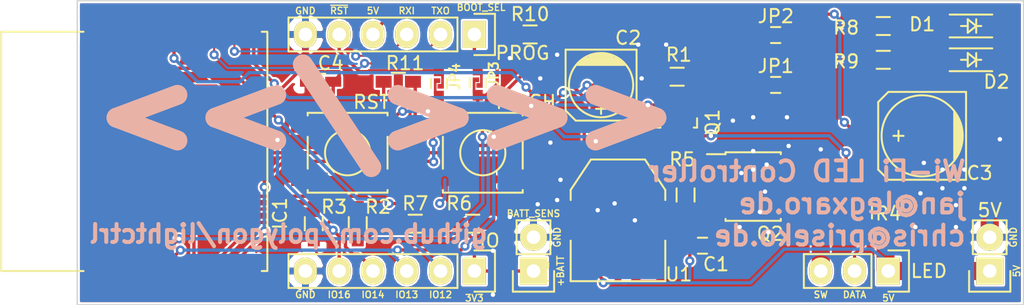
<source format=kicad_pcb>
(kicad_pcb (version 4) (host pcbnew 4.0.4+dfsg1-stable)
  (layers (0 F.Cu signal) (31 B.Cu signal) (36 B.SilkS user) (37 F.SilkS user) (38 B.Mask user) (39 F.Mask user) (44 Edge.Cuts user))
  (net 0 "")
  (net 1 +5V)
  (net 2 GND)
  (net 3 +3V3)
  (net 4 /ESP8266/CTS)
  (net 5 "Net-(D1-Pad2)")
  (net 6 "Net-(D2-Pad2)")
  (net 7 /ESP8266/LED_DATA)
  (net 8 /ESP8266/IO14)
  (net 9 /ESP8266/IO12)
  (net 10 /ESP8266/IO13)
  (net 11 "Net-(IC1-Pad6)")
  (net 12 "Net-(IC1-Pad7)")
  (net 13 /ESP8266/BOOT_SEL)
  (net 14 /ESP8266/RXI)
  (net 15 /ESP8266/TXO)
  (net 16 /ESP8266/LED_PWR)
  (net 17 "Net-(IC1-Pad16)")
  (net 18 /ESP8266/IO16)
  (net 19 "Net-(JP1-Pad2)")
  (net 20 "Net-(JP2-Pad2)")
  (net 21 /ESP8266/WS2812_DATA)
  (net 22 "Net-(P1-Pad3)")
  (net 23 +BATT)
  (net 24 "Net-(Q2-Pad4)")
  (net 25 /ESP8266/RST)
  (net 26 /ESP8266/DTR)
  (module solder_jumper:SOLDER_JUMPER (layer F.Cu) (at 104.648 55.753 90)
    (fp_text reference JP4 (at 0.508 1.2065 270) (layer F.SilkS) (effects (font (size 0.75 0.75))))
    (fp_text value JUMPER hide)
    (pad 1 smd rect (at -0.95 0 90) (size 0.8 0.75) (layers F.Cu F.Mask) (net 25 /ESP8266/RST))
    (pad 2 smd rect (at 0.95 0 90) (size 0.8 0.75) (layers F.Cu F.Mask) (net 4 /ESP8266/CTS))
    (pad 1 smd rect (at -0.21336 -0.27432 90) (size 1.2 0.2) (layers F.Cu F.Mask) (net 25 /ESP8266/RST))
    (pad 2 smd rect (at 0.21336 0.27432 90) (size 1.2 0.2) (layers F.Cu F.Mask) (net 4 /ESP8266/CTS))
    (pad 1 smd rect (at 0.21082 -0.04572 90) (size 0.35 0.3) (layers F.Cu F.Mask) (net 25 /ESP8266/RST))
    (pad 2 smd rect (at -0.21082 0.04572 90) (size 0.35 0.3) (layers F.Cu F.Mask) (net 4 /ESP8266/CTS))
  )
  (module solder_jumper:SOLDER_JUMPER (layer F.Cu) (at 107.569 55.6895 90)
    (fp_text reference JP3 (at 0.635 1.2065 270) (layer F.SilkS) (effects (font (size 0.7 0.7))))
    (fp_text value JUMPER hide)
    (pad 1 smd rect (at -0.95 0 90) (size 0.8 0.75) (layers F.Cu F.Mask) (net 13 /ESP8266/BOOT_SEL))
    (pad 2 smd rect (at 0.95 0 90) (size 0.8 0.75) (layers F.Cu F.Mask) (net 26 /ESP8266/DTR))
    (pad 1 smd rect (at -0.21336 -0.27432 90) (size 1.2 0.2) (layers F.Cu F.Mask) (net 13 /ESP8266/BOOT_SEL))
    (pad 2 smd rect (at 0.21336 0.27432 90) (size 1.2 0.2) (layers F.Cu F.Mask) (net 26 /ESP8266/DTR))
    (pad 1 smd rect (at 0.21082 -0.04572 90) (size 0.35 0.3) (layers F.Cu F.Mask) (net 13 /ESP8266/BOOT_SEL))
    (pad 2 smd rect (at -0.21082 0.04572 90) (size 0.35 0.3) (layers F.Cu F.Mask) (net 26 /ESP8266/DTR))
  )
  (module leds:LED_3.2x1.6 (layer F.Cu) (at 144.653 53.975 180)
    (fp_text reference D2 (at -1.905 -1.651 180) (layer F.SilkS))
    (fp_text value LED)
    (pad 2 smd rect (at 1.875 0) (size 1.75 1.5) (layers F.Cu F.Mask) (net 6 "Net-(D2-Pad2)"))
    (pad 1 smd rect (at -1.875 0) (size 1.75 1.5) (layers F.Cu F.Mask) (net 2 GND))
  )
  (module leds:LED_3.2x1.6 (layer F.Cu) (at 144.653 51.435 180)
    (fp_text reference D1 (at 3.683 0.127 180) (layer F.SilkS))
    (fp_text value LED)
    (pad 2 smd rect (at 1.875 0) (size 1.75 1.5) (layers F.Cu F.Mask) (net 5 "Net-(D1-Pad2)"))
    (pad 1 smd rect (at -1.875 0) (size 1.75 1.5) (layers F.Cu F.Mask) (net 2 GND))
  )
  (module Housings_SOIC:SOIC-8_3.9x4.9mm_Pitch1.27mm (layer F.Cu) (at 128.27 63.5)
    (fp_text reference Q2 (at 1.27 3.556) (layer F.SilkS))
    (fp_text value IRF8788)
    (pad 1 smd rect (at -2.7 -1.905) (size 1.55 0.6) (layers F.Cu F.Mask) (net 2 GND))
    (pad 2 smd rect (at -2.7 -0.635) (size 1.55 0.6) (layers F.Cu F.Mask) (net 2 GND))
    (pad 3 smd rect (at -2.7 0.635) (size 1.55 0.6) (layers F.Cu F.Mask) (net 2 GND))
    (pad 4 smd rect (at -2.7 1.905) (size 1.55 0.6) (layers F.Cu F.Mask) (net 24 "Net-(Q2-Pad4)"))
    (pad 5 smd rect (at 2.7 1.905) (size 1.55 0.6) (layers F.Cu F.Mask) (net 22 "Net-(P1-Pad3)"))
    (pad 6 smd rect (at 2.7 0.635) (size 1.55 0.6) (layers F.Cu F.Mask) (net 22 "Net-(P1-Pad3)"))
    (pad 7 smd rect (at 2.7 -0.635) (size 1.55 0.6) (layers F.Cu F.Mask) (net 22 "Net-(P1-Pad3)"))
    (pad 8 smd rect (at 2.7 -1.905) (size 1.55 0.6) (layers F.Cu F.Mask) (net 22 "Net-(P1-Pad3)"))
  )
  (module TO_SOT_Packages_SMD:SOT-223 (layer F.Cu) (at 118.11 66.04)
    (fp_text reference U1 (at 4.572 4.064) (layer F.SilkS))
    (fp_text value LM3940)
    (pad 4 smd rect (at 0 -3.302) (size 3.6576 2.032) (layers F.Cu F.Mask))
    (pad 2 smd rect (at 0 3.302) (size 1.016 2.032) (layers F.Cu F.Mask) (net 2 GND))
    (pad 3 smd rect (at 2.286 3.302) (size 1.016 2.032) (layers F.Cu F.Mask) (net 3 +3V3))
    (pad 1 smd rect (at -2.286 3.302) (size 1.016 2.032) (layers F.Cu F.Mask) (net 1 +5V))
  )
  (module Buttons_Switches_SMD:SW_SPST_EVPBF (layer F.Cu) (at 97.79 60.96 180)
    (fp_text reference SW2 hide)
    (fp_text value SW_RST)
    (pad 1 smd rect (at 2.875 -2 180) (size 2.75 1) (layers F.Cu F.Mask) (net 2 GND))
    (pad 1 smd rect (at -2.875 -2 180) (size 2.75 1) (layers F.Cu F.Mask) (net 2 GND))
    (pad 2 smd rect (at -2.875 2 180) (size 2.75 1) (layers F.Cu F.Mask) (net 25 /ESP8266/RST))
    (pad 2 smd rect (at 2.875 2 180) (size 2.75 1) (layers F.Cu F.Mask) (net 25 /ESP8266/RST))
  )
  (module Buttons_Switches_SMD:SW_SPST_EVPBF (layer F.Cu) (at 107.95 60.96 180)
    (fp_text reference SW1 hide)
    (fp_text value SW_FLASH)
    (pad 1 smd rect (at 2.875 -2 180) (size 2.75 1) (layers F.Cu F.Mask) (net 2 GND))
    (pad 1 smd rect (at -2.875 -2 180) (size 2.75 1) (layers F.Cu F.Mask) (net 2 GND))
    (pad 2 smd rect (at -2.875 2 180) (size 2.75 1) (layers F.Cu F.Mask) (net 13 /ESP8266/BOOT_SEL))
    (pad 2 smd rect (at 2.875 2 180) (size 2.75 1) (layers F.Cu F.Mask) (net 13 /ESP8266/BOOT_SEL))
  )
  (module Resistors_SMD:R_0603_HandSoldering (layer F.Cu) (at 101.6 55.626)
    (fp_text reference R11 (at 0.508 -1.397) (layer F.SilkS))
    (fp_text value 4k7)
    (pad 1 smd rect (at -1.1 0) (size 1.2 0.9) (layers F.Cu F.Mask) (net 25 /ESP8266/RST))
    (pad 2 smd rect (at 1.1 0) (size 1.2 0.9) (layers F.Cu F.Mask) (net 3 +3V3))
  )
  (module Resistors_SMD:R_0603_HandSoldering (layer F.Cu) (at 111.506 52.07)
    (fp_text reference R10 (at 0 -1.524) (layer F.SilkS))
    (fp_text value 4k7)
    (pad 1 smd rect (at -1.1 0) (size 1.2 0.9) (layers F.Cu F.Mask) (net 13 /ESP8266/BOOT_SEL))
    (pad 2 smd rect (at 1.1 0) (size 1.2 0.9) (layers F.Cu F.Mask) (net 3 +3V3))
  )
  (module Resistors_SMD:R_0603_HandSoldering (layer F.Cu) (at 138.049 53.975)
    (fp_text reference R9 (at -2.794 0.127) (layer F.SilkS))
    (fp_text value R)
    (pad 1 smd rect (at -1.1 0) (size 1.2 0.9) (layers F.Cu F.Mask) (net 19 "Net-(JP1-Pad2)"))
    (pad 2 smd rect (at 1.1 0) (size 1.2 0.9) (layers F.Cu F.Mask) (net 6 "Net-(D2-Pad2)"))
  )
  (module Resistors_SMD:R_0603_HandSoldering (layer F.Cu) (at 138.049 51.435)
    (fp_text reference R8 (at -2.794 0.127) (layer F.SilkS))
    (fp_text value R)
    (pad 1 smd rect (at -1.1 0) (size 1.2 0.9) (layers F.Cu F.Mask) (net 20 "Net-(JP2-Pad2)"))
    (pad 2 smd rect (at 1.1 0) (size 1.2 0.9) (layers F.Cu F.Mask) (net 5 "Net-(D1-Pad2)"))
  )
  (module Resistors_SMD:R_0603_HandSoldering (layer F.Cu) (at 102.87 66.294 180)
    (fp_text reference R7 (at 0 1.524 180) (layer F.SilkS))
    (fp_text value 2k)
    (pad 1 smd rect (at -1.1 0 180) (size 1.2 0.9) (layers F.Cu F.Mask) (net 17 "Net-(IC1-Pad16)"))
    (pad 2 smd rect (at 1.1 0 180) (size 1.2 0.9) (layers F.Cu F.Mask) (net 2 GND))
  )
  (module Resistors_SMD:R_0603_HandSoldering (layer F.Cu) (at 107.188 66.294 180)
    (fp_text reference R6 (at 1.016 1.524 180) (layer F.SilkS))
    (fp_text value 24k)
    (pad 1 smd rect (at -1.1 0 180) (size 1.2 0.9) (layers F.Cu F.Mask) (net 23 +BATT))
    (pad 2 smd rect (at 1.1 0 180) (size 1.2 0.9) (layers F.Cu F.Mask) (net 17 "Net-(IC1-Pad16)"))
  )
  (module Resistors_SMD:R_0603_HandSoldering (layer F.Cu) (at 123.19 64.135 90)
    (fp_text reference R5 (at 2.667 -0.254 180) (layer F.SilkS))
    (fp_text value 330)
    (pad 1 smd rect (at -1.1 0 90) (size 1.2 0.9) (layers F.Cu F.Mask) (net 24 "Net-(Q2-Pad4)"))
    (pad 2 smd rect (at 1.1 0 90) (size 1.2 0.9) (layers F.Cu F.Mask) (net 16 /ESP8266/LED_PWR))
  )
  (module Resistors_SMD:R_0603_HandSoldering (layer F.Cu) (at 136.525 65.405 270)
    (fp_text reference R4 (at 0.127 -1.905 360) (layer F.SilkS))
    (fp_text value 1K)
    (pad 1 smd rect (at -1.1 0 270) (size 1.2 0.9) (layers F.Cu F.Mask) (net 1 +5V))
    (pad 2 smd rect (at 1.1 0 270) (size 1.2 0.9) (layers F.Cu F.Mask) (net 21 /ESP8266/WS2812_DATA))
  )
  (module Resistors_SMD:R_0603_HandSoldering (layer F.Cu) (at 95.25 66.294 270)
    (fp_text reference R3 (at -1.27 -1.524 360) (layer F.SilkS))
    (fp_text value 10K)
    (pad 1 smd rect (at -1.1 0 270) (size 1.2 0.9) (layers F.Cu F.Mask) (net 11 "Net-(IC1-Pad6)"))
    (pad 2 smd rect (at 1.1 0 270) (size 1.2 0.9) (layers F.Cu F.Mask) (net 2 GND))
  )
  (module Resistors_SMD:R_0603_HandSoldering (layer F.Cu) (at 98.552 66.294 270)
    (fp_text reference R2 (at -1.27 -1.524 360) (layer F.SilkS))
    (fp_text value 4k7)
    (pad 1 smd rect (at -1.1 0 270) (size 1.2 0.9) (layers F.Cu F.Mask) (net 12 "Net-(IC1-Pad7)"))
    (pad 2 smd rect (at 1.1 0 270) (size 1.2 0.9) (layers F.Cu F.Mask) (net 3 +3V3))
  )
  (module Resistors_SMD:R_0603_HandSoldering (layer F.Cu) (at 122.555 55.245)
    (fp_text reference R1 (at 0.127 -1.651) (layer F.SilkS))
    (fp_text value 1K)
    (pad 1 smd rect (at -1.1 0) (size 1.2 0.9) (layers F.Cu F.Mask) (net 7 /ESP8266/LED_DATA))
    (pad 2 smd rect (at 1.1 0) (size 1.2 0.9) (layers F.Cu F.Mask) (net 3 +3V3))
  )
  (module TO_SOT_Packages_SMD:SOT-23 (layer F.Cu) (at 122.555 58.42 180)
    (fp_text reference Q1 (at -2.667 -0.254 270) (layer F.SilkS))
    (fp_text value BSS138)
    (pad 1 smd rect (at -0.95 1.00076 180) (size 0.8001 0.8001) (layers F.Cu F.Mask) (net 3 +3V3))
    (pad 2 smd rect (at 0.95 1.00076 180) (size 0.8001 0.8001) (layers F.Cu F.Mask) (net 7 /ESP8266/LED_DATA))
    (pad 3 smd rect (at 0 -0.99822 180) (size 0.8001 0.8001) (layers F.Cu F.Mask) (net 21 /ESP8266/WS2812_DATA))
  )
  (module Pin_Headers:Pin_Header_Straight_1x02 (layer F.Cu) (at 146.05 69.85 180)
    (fp_text reference P5 hide)
    (fp_text value 5V)
    (pad 1 thru_hole rect (at 0 0 180) (size 2.032 2.032) (drill 1.016) (layers *.Cu *.Mask F.SilkS) (net 1 +5V))
    (pad 2 thru_hole oval (at 0 2.54 180) (size 2.032 2.032) (drill 1.016) (layers *.Cu *.Mask F.SilkS) (net 2 GND))
  )
  (module Pin_Headers:Pin_Header_Straight_1x02 (layer F.Cu) (at 111.76 69.85 180)
    (fp_text reference P4 hide)
    (fp_text value BATT_SENSE)
    (pad 1 thru_hole rect (at 0 0 180) (size 2.032 2.032) (drill 1.016) (layers *.Cu *.Mask F.SilkS) (net 23 +BATT))
    (pad 2 thru_hole oval (at 0 2.54 180) (size 2.032 2.032) (drill 1.016) (layers *.Cu *.Mask F.SilkS) (net 2 GND))
  )
  (module Pin_Headers:Pin_Header_Straight_1x06 (layer F.Cu) (at 107.315 69.85 270)
    (fp_text reference P3 (at 0 -5.1 270) (layer F.SilkS))
    (fp_text value IO)
    (pad 1 thru_hole rect (at 0 0 270) (size 2.032 1.7272) (drill 1.016) (layers *.Cu *.Mask F.SilkS) (net 3 +3V3))
    (pad 2 thru_hole oval (at 0 2.54 270) (size 2.032 1.7272) (drill 1.016) (layers *.Cu *.Mask F.SilkS) (net 9 /ESP8266/IO12))
    (pad 3 thru_hole oval (at 0 5.08 270) (size 2.032 1.7272) (drill 1.016) (layers *.Cu *.Mask F.SilkS) (net 10 /ESP8266/IO13))
    (pad 4 thru_hole oval (at 0 7.62 270) (size 2.032 1.7272) (drill 1.016) (layers *.Cu *.Mask F.SilkS) (net 8 /ESP8266/IO14))
    (pad 5 thru_hole oval (at 0 10.16 270) (size 2.032 1.7272) (drill 1.016) (layers *.Cu *.Mask F.SilkS) (net 18 /ESP8266/IO16))
    (pad 6 thru_hole oval (at 0 12.7 270) (size 2.032 1.7272) (drill 1.016) (layers *.Cu *.Mask F.SilkS) (net 2 GND))
  )
  (module Pin_Headers:Pin_Header_Straight_1x06 (layer F.Cu) (at 107.315 52.07 270)
    (fp_text reference P2 hide)
    (fp_text value PROG hide)
    (pad 1 thru_hole rect (at 0 0 270) (size 2.032 1.7272) (drill 1.016) (layers *.Cu *.Mask F.SilkS) (net 26 /ESP8266/DTR))
    (pad 2 thru_hole oval (at 0 2.54 270) (size 2.032 1.7272) (drill 1.016) (layers *.Cu *.Mask F.SilkS) (net 14 /ESP8266/RXI))
    (pad 3 thru_hole oval (at 0 5.08 270) (size 2.032 1.7272) (drill 1.016) (layers *.Cu *.Mask F.SilkS) (net 15 /ESP8266/TXO))
    (pad 4 thru_hole oval (at 0 7.62 270) (size 2.032 1.7272) (drill 1.016) (layers *.Cu *.Mask F.SilkS) (net 1 +5V))
    (pad 5 thru_hole oval (at 0 10.16 270) (size 2.032 1.7272) (drill 1.016) (layers *.Cu *.Mask F.SilkS) (net 4 /ESP8266/CTS))
    (pad 6 thru_hole oval (at 0 12.7 270) (size 2.032 1.7272) (drill 1.016) (layers *.Cu *.Mask F.SilkS) (net 2 GND))
  )
  (module Pin_Headers:Pin_Header_Straight_1x03 (layer F.Cu) (at 138.43 69.85 270)
    (fp_text reference P1 hide)
    (fp_text value LED_CONN)
    (pad 1 thru_hole rect (at 0 0 270) (size 2.032 1.7272) (drill 1.016) (layers *.Cu *.Mask F.SilkS) (net 1 +5V))
    (pad 2 thru_hole oval (at 0 2.54 270) (size 2.032 1.7272) (drill 1.016) (layers *.Cu *.Mask F.SilkS) (net 21 /ESP8266/WS2812_DATA))
    (pad 3 thru_hole oval (at 0 5.08 270) (size 2.032 1.7272) (drill 1.016) (layers *.Cu *.Mask F.SilkS) (net 22 "Net-(P1-Pad3)"))
  )
  (module Capacitors_SMD:C_0603_HandSoldering (layer F.Cu) (at 95.758 55.626 180)
    (fp_text reference C4 (at -0.762 1.397 180) (layer F.SilkS))
    (fp_text value 100n)
    (pad 1 smd rect (at -0.95 0 180) (size 1.2 0.75) (layers F.Cu F.Mask) (net 25 /ESP8266/RST))
    (pad 2 smd rect (at 0.95 0 180) (size 1.2 0.75) (layers F.Cu F.Mask) (net 2 GND))
  )
  (module Capacitors_SMD:c_elec_6.3x7.7 (layer F.Cu) (at 140.97 59.69 180)
    (fp_text reference C3 (at -4.318 -2.794 180) (layer F.SilkS))
    (fp_text value 100u)
    (pad 1 smd rect (at 2.75082 0 180) (size 3.59918 1.6002) (layers F.Cu F.Mask) (net 1 +5V))
    (pad 2 smd rect (at -2.75082 0 180) (size 3.59918 1.6002) (layers F.Cu F.Mask) (net 2 GND))
  )
  (module Capacitors_SMD:c_elec_5x5.3 (layer F.Cu) (at 116.84 55.88 270)
    (fp_text reference C2 (at -3.556 -2.032 360) (layer F.SilkS))
    (fp_text value 33u)
    (pad 1 smd rect (at 2.19964 0 270) (size 2.99974 1.6002) (layers F.Cu F.Mask) (net 3 +3V3))
    (pad 2 smd rect (at -2.19964 0 270) (size 2.99974 1.6002) (layers F.Cu F.Mask) (net 2 GND))
  )
  (module Capacitors_SMD:C_0603_HandSoldering (layer F.Cu) (at 124.46 67.945)
    (fp_text reference C1 (at 1.016 1.397) (layer F.SilkS))
    (fp_text value 470n)
    (pad 1 smd rect (at -0.95 0) (size 1.2 0.75) (layers F.Cu F.Mask) (net 1 +5V))
    (pad 2 smd rect (at 0.95 0) (size 1.2 0.75) (layers F.Cu F.Mask) (net 2 GND))
  )
  (module ESP8266:ESP-13-WROOM-02 (layer F.Cu) (at 78.74 69.85 90)
    (fp_text reference IC1 (at 4.318 13.97 270) (layer F.SilkS))
    (fp_text value ESP-WROOM-02)
    (pad 10 smd oval (at 18 12 90) (size 2 0.9) (layers F.Cu F.Mask) (net 7 /ESP8266/LED_DATA))
    (pad 9 smd oval (at 0 12 90) (size 2 0.9) (layers F.Cu F.Mask) (net 2 GND))
    (pad 1 smd rect (at 0 0 90) (size 2 0.9) (layers F.Cu F.Mask) (net 3 +3V3))
    (pad 2 smd oval (at 0 1.5 90) (size 2 0.9) (layers F.Cu F.Mask) (net 3 +3V3))
    (pad 3 smd oval (at 0 3 90) (size 2 0.9) (layers F.Cu F.Mask) (net 8 /ESP8266/IO14))
    (pad 4 smd oval (at 0 4.5 90) (size 2 0.9) (layers F.Cu F.Mask) (net 9 /ESP8266/IO12))
    (pad 5 smd oval (at 0 6 90) (size 2 0.9) (layers F.Cu F.Mask) (net 10 /ESP8266/IO13))
    (pad 6 smd oval (at 0 7.5 90) (size 2 0.9) (layers F.Cu F.Mask) (net 11 "Net-(IC1-Pad6)"))
    (pad 7 smd oval (at 0 9 90) (size 2 0.9) (layers F.Cu F.Mask) (net 12 "Net-(IC1-Pad7)"))
    (pad 8 smd oval (at 0 10.5 90) (size 2 0.9) (layers F.Cu F.Mask) (net 13 /ESP8266/BOOT_SEL))
    (pad 11 smd oval (at 18 10.5 90) (size 2 0.9) (layers F.Cu F.Mask) (net 15 /ESP8266/TXO))
    (pad 12 smd oval (at 18 9 90) (size 2 0.9) (layers F.Cu F.Mask) (net 14 /ESP8266/RXI))
    (pad 13 smd oval (at 18 7.5 90) (size 2 0.9) (layers F.Cu F.Mask) (net 2 GND))
    (pad 14 smd oval (at 18 6 90) (size 2 0.9) (layers F.Cu F.Mask) (net 16 /ESP8266/LED_PWR))
    (pad 15 smd oval (at 18 4.5 90) (size 2 0.9) (layers F.Cu F.Mask) (net 25 /ESP8266/RST))
    (pad 16 smd oval (at 18 3 90) (size 2 0.9) (layers F.Cu F.Mask) (net 17 "Net-(IC1-Pad16)"))
    (pad 17 smd oval (at 18 1.5 90) (size 2 0.9) (layers F.Cu F.Mask) (net 18 /ESP8266/IO16))
    (pad 18 smd oval (at 18 0 90) (size 2 0.9) (layers F.Cu F.Mask) (net 2 GND))
    (pad PAD smd rect (at 10.12 6.58 90) (size 4.3 4.3) (layers F.Cu F.Mask))
  )
  (module solder_jumper:SOLDER_JUMPER (layer F.Cu) (at 129.96164 52.11318)
    (fp_text reference JP2 (at 0.00508 -1.41478) (layer F.SilkS))
    (fp_text value JUMPER hide)
    (pad 1 smd rect (at -0.95 0) (size 0.8 0.75) (layers F.Cu F.Mask) (net 9 /ESP8266/IO12))
    (pad 2 smd rect (at 0.95 0) (size 0.8 0.75) (layers F.Cu F.Mask) (net 20 "Net-(JP2-Pad2)"))
    (pad 1 smd rect (at -0.21336 -0.27432) (size 1.2 0.2) (layers F.Cu F.Mask) (net 9 /ESP8266/IO12))
    (pad 2 smd rect (at 0.21336 0.27432) (size 1.2 0.2) (layers F.Cu F.Mask) (net 20 "Net-(JP2-Pad2)"))
    (pad 1 smd rect (at 0.21082 -0.04572) (size 0.35 0.3) (layers F.Cu F.Mask) (net 9 /ESP8266/IO12))
    (pad 2 smd rect (at -0.21082 0.04572) (size 0.35 0.3) (layers F.Cu F.Mask) (net 20 "Net-(JP2-Pad2)"))
  )
  (module solder_jumper:SOLDER_JUMPER (layer F.Cu) (at 129.96418 55.86222)
    (fp_text reference JP1 (at 0.00508 -1.41478) (layer F.SilkS))
    (fp_text value JUMPER hide)
    (pad 1 smd rect (at -0.95 0) (size 0.8 0.75) (layers F.Cu F.Mask) (net 10 /ESP8266/IO13))
    (pad 2 smd rect (at 0.95 0) (size 0.8 0.75) (layers F.Cu F.Mask) (net 19 "Net-(JP1-Pad2)"))
    (pad 1 smd rect (at -0.21336 -0.27432) (size 1.2 0.2) (layers F.Cu F.Mask) (net 10 /ESP8266/IO13))
    (pad 2 smd rect (at 0.21336 0.27432) (size 1.2 0.2) (layers F.Cu F.Mask) (net 19 "Net-(JP1-Pad2)"))
    (pad 1 smd rect (at 0.21082 -0.04572) (size 0.35 0.3) (layers F.Cu F.Mask) (net 10 /ESP8266/IO13))
    (pad 2 smd rect (at -0.21082 0.04572) (size 0.35 0.3) (layers F.Cu F.Mask) (net 19 "Net-(JP1-Pad2)"))
  )
  (gr_text GND (at 147.828 67.31 90) (layer F.SilkS) (effects (font (size 0.5 0.5) (thickness 0.1))))
  (gr_text 5V (at 148.082 69.85 90) (layer F.SilkS) (effects (font (size 0.5 0.5) (thickness 0.1))))
  (gr_text SW (at 133.35 71.628) (layer F.SilkS) (effects (font (size 0.5 0.5) (thickness 0.1))))
  (gr_text DATA (at 135.89 71.628) (layer F.SilkS) (effects (font (size 0.5 0.5) (thickness 0.1))))
  (gr_text 5V (at 138.43 71.882) (layer F.SilkS) (effects (font (size 0.5 0.5) (thickness 0.1))))
  (gr_text GND (at 113.538 67.31 90) (layer F.SilkS) (effects (font (size 0.5 0.5) (thickness 0.1))))
  (gr_text +BATT (at 113.792 69.85 90) (layer F.SilkS) (effects (font (size 0.5 0.5) (thickness 0.1))))
  (gr_text GND (at 94.615 71.628) (layer F.SilkS) (effects (font (size 0.5 0.5) (thickness 0.1))))
  (gr_text IO16 (at 97.155 71.628) (layer F.SilkS) (effects (font (size 0.5 0.5) (thickness 0.1))))
  (gr_text IO14 (at 99.695 71.628) (layer F.SilkS) (effects (font (size 0.5 0.5) (thickness 0.1))))
  (gr_text IO13 (at 102.235 71.628) (layer F.SilkS) (effects (font (size 0.5 0.5) (thickness 0.1))))
  (gr_text IO12 (at 104.775 71.628) (layer F.SilkS) (effects (font (size 0.5 0.5) (thickness 0.1))))
  (gr_text 3V3 (at 107.315 71.882) (layer F.SilkS) (effects (font (size 0.5 0.5) (thickness 0.1))))
  (gr_text GND (at 94.615 50.292) (layer F.SilkS) (effects (font (size 0.5 0.5) (thickness 0.1))))
  (gr_text ~RST (at 97.155 50.292) (layer F.SilkS) (effects (font (size 0.5 0.5) (thickness 0.1))))
  (gr_text 5V (at 99.695 50.292) (layer F.SilkS) (effects (font (size 0.5 0.5) (thickness 0.1))))
  (gr_text RXI (at 102.235 50.292) (layer F.SilkS) (effects (font (size 0.5 0.5) (thickness 0.1))))
  (gr_text TXO (at 104.775 50.292) (layer F.SilkS) (effects (font (size 0.5 0.5) (thickness 0.1))))
  (gr_text BOOT_SEL (at 107.823 50.038) (layer F.SilkS) (effects (font (size 0.5 0.5) (thickness 0.1))))
  (gr_text FLASH (at 111.1885 57.15) (layer F.SilkS) (effects (font (size 1 1))))
  (gr_text RST (at 99.568 57.15) (layer F.SilkS) (effects (font (size 1 1))))
  (gr_text LED (at 141.478 69.85) (layer F.SilkS) (effects (font (size 1 1))))
  (gr_text 5V (at 146.05 65.278) (layer F.SilkS) (effects (font (size 1 1))))
  (gr_text BATT_SENS (at 111.76 65.532) (layer F.SilkS) (effects (font (size 0.5 0.5) (thickness 0.1))))
  (gr_text PROG (at 110.9345 53.467) (layer F.SilkS) (effects (font (size 1 1))))
  (gr_text github.com/polygon/lightctrl (at 78.232 67.056) (layer B.SilkS) (effects (font (size 1.35 1.35) (thickness 0.3)) (justify right mirror)))
  (gr_text "Wi-Fi LED Controller\njan@legxaro.de\nchris@priseko.de" (at 144.399 64.77) (layer B.SilkS) (effects (font (size 1.5 1.5) (thickness 0.3)) (justify left mirror)))
  (gr_text <<</>> (at 100.711 57.912) (layer B.SilkS) (effects (font (size 6 6) (thickness 1.5)) (justify mirror)))
  (gr_text IO (at 108.458 67.564) (layer F.SilkS) (effects (font (size 1 1))))
  (gr_line (start 148.59 49.53) (end 142.24 49.53) (angle 90) (layer Edge.Cuts) (width 0.1))
  (gr_line (start 148.59 72.39) (end 148.59 49.53) (angle 90) (layer Edge.Cuts) (width 0.1))
  (gr_line (start 77.47 72.39) (end 148.59 72.39) (angle 90) (layer Edge.Cuts) (width 0.1))
  (gr_line (start 77.47 49.53) (end 142.24 49.53) (angle 90) (layer Edge.Cuts) (width 0.1))
  (gr_line (start 77.47 49.53) (end 77.47 72.39) (angle 90) (layer Edge.Cuts) (width 0.1))
  (segment (start 105.0925 62.992) (end 105.0925 64.389) (width 0.25) (layer B.Cu) (net 0))
  (segment (start 104.7115 64.77) (end 104.7115 64.7065) (width 0.25) (layer F.Cu) (net 0))
  (via (at 104.7115 64.77) (size 0.6858) (drill 0.3302) (layers F.Cu B.Cu) (net 0))
  (segment (start 105.0925 64.389) (end 104.7115 64.77) (width 0.25) (layer B.Cu) (net 0))
  (segment (start 128.06934 70.73392) (end 123.5075 70.73392) (width 0.25) (layer B.Cu) (net 1))
  (segment (start 123.5075 70.73392) (end 117.00764 70.73392) (width 0.25) (layer B.Cu) (net 1))
  (segment (start 123.5075 69.088) (end 123.5075 70.73392) (width 0.25) (layer B.Cu) (net 1))
  (segment (start 123.51 67.945) (end 123.51 69.0855) (width 0.25) (layer F.Cu) (net 1))
  (segment (start 123.51 69.0855) (end 123.5075 69.088) (width 0.25) (layer F.Cu) (net 1))
  (via (at 123.5075 69.088) (size 0.6858) (drill 0.3302) (layers F.Cu B.Cu) (net 1))
  (segment (start 117.00764 70.73392) (end 117.00764 70.52564) (width 0.25) (layer F.Cu) (net 1))
  (segment (start 117.00764 70.52564) (end 115.824 69.342) (width 0.25) (layer F.Cu) (net 1))
  (segment (start 130.60426 68.199) (end 128.06934 70.73392) (width 0.25) (layer B.Cu) (net 1))
  (via (at 117.00764 70.73392) (size 0.6858) (drill 0.3302) (layers F.Cu B.Cu) (net 1))
  (segment (start 132.08 68.199) (end 130.60426 68.199) (width 0.25) (layer B.Cu) (net 1))
  (segment (start 134.366 50.546) (end 101.0666 50.546) (width 0.25) (layer F.Cu) (net 1))
  (segment (start 101.0666 50.546) (end 99.695 51.9176) (width 0.25) (layer F.Cu) (net 1))
  (segment (start 99.695 51.9176) (end 99.695 52.07) (width 0.25) (layer F.Cu) (net 1))
  (segment (start 134.785101 56.299101) (end 134.785101 50.965101) (width 0.25) (layer B.Cu) (net 1))
  (segment (start 134.785101 50.965101) (end 134.366 50.546) (width 0.25) (layer B.Cu) (net 1))
  (via (at 134.366 50.546) (size 0.6858) (drill 0.3302) (layers F.Cu B.Cu) (net 1))
  (segment (start 135.128 58.674) (end 134.785101 58.331101) (width 0.25) (layer B.Cu) (net 1))
  (segment (start 134.785101 58.331101) (end 134.785101 56.299101) (width 0.25) (layer B.Cu) (net 1))
  (segment (start 138.21918 59.69) (end 136.16959 59.69) (width 0.25) (layer F.Cu) (net 1))
  (segment (start 136.16959 59.69) (end 135.15359 58.674) (width 0.25) (layer F.Cu) (net 1))
  (segment (start 135.15359 58.674) (end 135.128 58.674) (width 0.25) (layer F.Cu) (net 1))
  (via (at 135.128 58.674) (size 0.6858) (drill 0.3302) (layers F.Cu B.Cu) (net 1))
  (segment (start 136.525 64.305) (end 137.625 64.305) (width 0.25) (layer F.Cu) (net 1))
  (segment (start 137.625 64.305) (end 137.795 64.135) (width 0.25) (layer F.Cu) (net 1))
  (segment (start 137.795 64.135) (end 138.21918 64.135) (width 0.1524) (layer F.Cu) (net 1))
  (segment (start 138.04918 64.135) (end 137.795 64.135) (width 0.1524) (layer F.Cu) (net 1))
  (segment (start 138.21918 64.305) (end 138.04918 64.135) (width 0.1524) (layer F.Cu) (net 1))
  (segment (start 137.16 68.199) (end 138.43 69.215) (width 0.25) (layer B.Cu) (net 1))
  (segment (start 137.16 68.199) (end 132.08 68.199) (width 0.25) (layer B.Cu) (net 1))
  (segment (start 138.43 69.85) (end 138.43 69.215) (width 0.25) (layer B.Cu) (net 1))
  (segment (start 146.05 69.85) (end 138.43 69.85) (width 1.36) (layer F.Cu) (net 1))
  (segment (start 138.43 69.85) (end 138.21918 69.63918) (width 1.36) (layer F.Cu) (net 1))
  (segment (start 138.21918 69.63918) (end 138.21918 64.77) (width 1.36) (layer F.Cu) (net 1))
  (segment (start 138.21918 64.77) (end 138.21918 64.135) (width 1.36) (layer F.Cu) (net 1))
  (segment (start 138.21918 64.135) (end 138.21918 64.135) (width 1.36) (layer F.Cu) (net 1))
  (segment (start 138.21918 64.135) (end 138.21918 63.5) (width 1.36) (layer F.Cu) (net 1))
  (segment (start 138.21918 63.5) (end 138.21918 59.69) (width 1.36) (layer F.Cu) (net 1))
  (segment (start 117.856 64.77) (end 119.126 66.04) (width 0.1524) (layer B.Cu) (net 2))
  (via (at 119.38 66.04) (size 0.6858) (drill 0.3302) (layers F.Cu B.Cu) (net 2))
  (segment (start 119.126 66.04) (end 119.38 66.04) (width 0.1524) (layer B.Cu) (net 2))
  (segment (start 116.586 65.278) (end 117.348 65.278) (width 0.1524) (layer F.Cu) (net 2))
  (via (at 117.856 64.77) (size 0.6858) (drill 0.3302) (layers F.Cu B.Cu) (net 2))
  (segment (start 117.348 65.278) (end 117.856 64.77) (width 0.1524) (layer F.Cu) (net 2))
  (segment (start 113.538 64.516) (end 114.3 65.278) (width 0.1524) (layer B.Cu) (net 2))
  (segment (start 114.3 65.278) (end 116.586 65.278) (width 0.1524) (layer B.Cu) (net 2))
  (via (at 116.586 65.278) (size 0.6858) (drill 0.3302) (layers F.Cu B.Cu) (net 2))
  (segment (start 112.0775 64.8335) (end 113.2205 64.8335) (width 0.1524) (layer F.Cu) (net 2))
  (segment (start 113.2205 64.8335) (end 113.538 64.516) (width 0.1524) (layer F.Cu) (net 2))
  (via (at 113.538 64.516) (size 0.6858) (drill 0.3302) (layers F.Cu B.Cu) (net 2))
  (segment (start 119.634 52.832) (end 119.634 55.118) (width 0.25) (layer B.Cu) (net 2))
  (segment (start 119.634 55.118) (end 119.888 55.372) (width 0.25) (layer B.Cu) (net 2))
  (via (at 119.888 55.372) (size 0.6858) (drill 0.3302) (layers F.Cu B.Cu) (net 2))
  (segment (start 113.792 62.992) (end 113.03 62.23) (width 0.25) (layer B.Cu) (net 2))
  (segment (start 113.03 62.23) (end 113.03 60.198) (width 0.25) (layer B.Cu) (net 2))
  (via (at 113.03 60.198) (size 0.6858) (drill 0.3302) (layers F.Cu B.Cu) (net 2))
  (segment (start 110.825 62.96) (end 113.76 62.96) (width 0.25) (layer F.Cu) (net 2))
  (segment (start 113.76 62.96) (end 113.792 62.992) (width 0.25) (layer F.Cu) (net 2))
  (via (at 113.792 62.992) (size 0.6858) (drill 0.3302) (layers F.Cu B.Cu) (net 2))
  (segment (start 112.014 53.594) (end 110.236 53.594) (width 0.25) (layer B.Cu) (net 2))
  (segment (start 113.538 53.594) (end 112.014 53.594) (width 0.25) (layer B.Cu) (net 2))
  (segment (start 112.014 53.594) (end 112.014 55.118) (width 0.25) (layer B.Cu) (net 2))
  (segment (start 112.014 55.118) (end 112.268 55.372) (width 0.25) (layer B.Cu) (net 2))
  (via (at 112.268 55.372) (size 0.6858) (drill 0.3302) (layers F.Cu B.Cu) (net 2))
  (segment (start 110.236 53.594) (end 109.982 53.848) (width 0.25) (layer B.Cu) (net 2))
  (via (at 109.982 53.848) (size 0.6858) (drill 0.3302) (layers F.Cu B.Cu) (net 2))
  (segment (start 116.84 53.68036) (end 113.62436 53.68036) (width 0.25) (layer F.Cu) (net 2))
  (segment (start 113.62436 53.68036) (end 113.538 53.594) (width 0.25) (layer F.Cu) (net 2))
  (via (at 113.538 53.594) (size 0.6858) (drill 0.3302) (layers F.Cu B.Cu) (net 2))
  (segment (start 108.712 68.326) (end 108.712 71.628) (width 0.25) (layer B.Cu) (net 2))
  (segment (start 108.712 67.056) (end 108.712 68.326) (width 0.25) (layer B.Cu) (net 2))
  (via (at 108.712 68.326) (size 0.6858) (drill 0.3302) (layers F.Cu B.Cu) (net 2))
  (segment (start 109.982 65.786) (end 108.712 67.056) (width 0.25) (layer B.Cu) (net 2))
  (via (at 108.712 71.628) (size 0.6858) (drill 0.3302) (layers F.Cu B.Cu) (net 2))
  (segment (start 112.0775 64.8335) (end 110.9345 64.8335) (width 0.25) (layer F.Cu) (net 2))
  (segment (start 110.9345 64.8335) (end 109.982 65.786) (width 0.25) (layer F.Cu) (net 2))
  (via (at 109.982 65.786) (size 0.6858) (drill 0.3302) (layers F.Cu B.Cu) (net 2))
  (segment (start 146.528 51.435) (end 146.528 53.975) (width 0.25) (layer F.Cu) (net 2))
  (segment (start 128.27 58.293) (end 127 58.293) (width 0.1524) (layer F.Cu) (net 2))
  (via (at 128.27 58.293) (size 0.6858) (drill 0.3302) (layers F.Cu B.Cu) (net 2))
  (segment (start 130.937 60.452) (end 130.937 59.944) (width 0.1524) (layer F.Cu) (net 2))
  (via (at 130.937 60.452) (size 0.6858) (drill 0.3302) (layers F.Cu B.Cu) (net 2))
  (via (at 130.81 58.293) (size 0.6858) (drill 0.3302) (layers F.Cu B.Cu) (net 2))
  (segment (start 130.81 59.817) (end 130.81 58.293) (width 0.1524) (layer F.Cu) (net 2))
  (segment (start 130.937 59.944) (end 130.81 59.817) (width 0.1524) (layer F.Cu) (net 2))
  (segment (start 128.27 58.293) (end 130.81 58.293) (width 0.1524) (layer F.Cu) (net 2))
  (via (at 126.746 58.547) (size 0.6858) (drill 0.3302) (layers F.Cu B.Cu) (net 2))
  (segment (start 127 58.293) (end 126.746 58.547) (width 0.1524) (layer F.Cu) (net 2))
  (segment (start 128.27 66.548) (end 129.032 66.548) (width 0.1524) (layer F.Cu) (net 2))
  (via (at 129.413 66.929) (size 0.6858) (drill 0.3302) (layers F.Cu B.Cu) (net 2))
  (segment (start 129.032 66.548) (end 129.413 66.929) (width 0.1524) (layer F.Cu) (net 2))
  (segment (start 128.27 65.786) (end 128.016 65.786) (width 0.1524) (layer F.Cu) (net 2))
  (via (at 127.254 66.548) (size 0.6858) (drill 0.3302) (layers F.Cu B.Cu) (net 2))
  (segment (start 128.016 65.786) (end 127.254 66.548) (width 0.1524) (layer F.Cu) (net 2))
  (segment (start 129.159 63.881) (end 129.159 65.024) (width 0.1524) (layer F.Cu) (net 2))
  (segment (start 128.778 63.5) (end 129.159 63.881) (width 0.1524) (layer F.Cu) (net 2))
  (via (at 129.159 63.881) (size 0.6858) (drill 0.3302) (layers F.Cu B.Cu) (net 2))
  (segment (start 128.27 63.5) (end 128.778 63.5) (width 0.1524) (layer F.Cu) (net 2))
  (via (at 128.778 65.405) (size 0.6858) (drill 0.3302) (layers F.Cu B.Cu) (net 2))
  (segment (start 129.159 65.024) (end 128.778 65.405) (width 0.1524) (layer F.Cu) (net 2))
  (segment (start 128.27 60.706) (end 128.397 60.833) (width 0.1524) (layer F.Cu) (net 2))
  (segment (start 128.397 60.833) (end 128.27 60.833) (width 0.1524) (layer F.Cu) (net 2))
  (via (at 128.27 60.833) (size 0.6858) (drill 0.3302) (layers F.Cu B.Cu) (net 2))
  (segment (start 128.27 60.325) (end 128.27 60.706) (width 0.1524) (layer F.Cu) (net 2))
  (segment (start 128.27 63.246) (end 128.27 63.5) (width 0.1524) (layer F.Cu) (net 2))
  (segment (start 128.27 62.484) (end 127.381 62.484) (width 0.1524) (layer F.Cu) (net 2))
  (via (at 128.27 62.23) (size 0.6858) (drill 0.3302) (layers F.Cu B.Cu) (net 2))
  (via (at 127.381 62.484) (size 0.6858) (drill 0.3302) (layers F.Cu B.Cu) (net 2))
  (segment (start 128.27 62.23) (end 128.905 62.23) (width 0.1524) (layer F.Cu) (net 2))
  (segment (start 128.27 62.865) (end 128.27 62.23) (width 0.1524) (layer F.Cu) (net 2))
  (via (at 129.286 61.849) (size 0.6858) (drill 0.3302) (layers F.Cu B.Cu) (net 2))
  (segment (start 128.905 62.23) (end 129.286 61.849) (width 0.1524) (layer F.Cu) (net 2))
  (segment (start 128.27 63.5) (end 128.27 63.246) (width 1.36) (layer F.Cu) (net 2))
  (segment (start 128.27 63.246) (end 128.27 62.484) (width 1.36) (layer F.Cu) (net 2))
  (segment (start 128.27 62.484) (end 128.27 62.865) (width 1.36) (layer F.Cu) (net 2))
  (segment (start 127.635 67.945) (end 128.27 67.31) (width 0.25) (layer F.Cu) (net 2))
  (segment (start 128.27 67.31) (end 128.27 66.548) (width 0.25) (layer F.Cu) (net 2))
  (segment (start 128.27 66.548) (end 128.27 65.786) (width 0.25) (layer F.Cu) (net 2))
  (segment (start 128.27 65.786) (end 128.27 63.5) (width 0.25) (layer F.Cu) (net 2))
  (segment (start 125.41 67.945) (end 127.635 67.945) (width 0.25) (layer F.Cu) (net 2))
  (segment (start 130.937 60.452) (end 133.096 60.452) (width 0.1524) (layer F.Cu) (net 2))
  (segment (start 130.6195 60.1345) (end 130.937 60.452) (width 0.1524) (layer F.Cu) (net 2))
  (segment (start 128.4605 60.1345) (end 130.6195 60.1345) (width 0.1524) (layer F.Cu) (net 2))
  (via (at 133.35 60.706) (size 0.6858) (drill 0.3302) (layers F.Cu B.Cu) (net 2))
  (segment (start 133.096 60.452) (end 133.35 60.706) (width 0.1524) (layer F.Cu) (net 2))
  (segment (start 146.05 62.01918) (end 146.05 60.706) (width 0.1524) (layer F.Cu) (net 2))
  (via (at 146.812 59.944) (size 0.6858) (drill 0.3302) (layers F.Cu B.Cu) (net 2))
  (segment (start 146.05 60.706) (end 146.812 59.944) (width 0.1524) (layer F.Cu) (net 2))
  (segment (start 143.51 64.897) (end 142.113 64.897) (width 0.1524) (layer F.Cu) (net 2))
  (via (at 143.51 64.897) (size 0.6858) (drill 0.3302) (layers F.Cu B.Cu) (net 2))
  (via (at 140.462 66.548) (size 0.6858) (drill 0.3302) (layers F.Cu B.Cu) (net 2))
  (segment (start 142.113 64.897) (end 140.462 66.548) (width 0.1524) (layer F.Cu) (net 2))
  (segment (start 143.51 66.548) (end 143.51 64.897) (width 0.1524) (layer F.Cu) (net 2))
  (segment (start 142.494 63.881) (end 143.51 64.897) (width 0.1524) (layer F.Cu) (net 2))
  (via (at 142.494 63.627) (size 0.6858) (drill 0.3302) (layers F.Cu B.Cu) (net 2))
  (segment (start 142.494 63.881) (end 142.494 63.627) (width 0.1524) (layer F.Cu) (net 2))
  (via (at 143.51 66.548) (size 0.6858) (drill 0.3302) (layers F.Cu B.Cu) (net 2))
  (segment (start 142.494 62.23) (end 141.605 62.23) (width 0.1524) (layer F.Cu) (net 2))
  (via (at 142.494 62.23) (size 0.6858) (drill 0.3302) (layers F.Cu B.Cu) (net 2))
  (segment (start 145.26641 61.23559) (end 145.13941 61.23559) (width 0.1524) (layer F.Cu) (net 2))
  (via (at 144.145 62.23) (size 0.6858) (drill 0.3302) (layers F.Cu B.Cu) (net 2))
  (segment (start 145.13941 61.23559) (end 144.145 62.23) (width 0.1524) (layer F.Cu) (net 2))
  (segment (start 142.494 62.23) (end 144.145 62.23) (width 0.1524) (layer F.Cu) (net 2))
  (via (at 141.097 61.722) (size 0.6858) (drill 0.3302) (layers F.Cu B.Cu) (net 2))
  (segment (start 141.605 62.23) (end 141.097 61.722) (width 0.1524) (layer F.Cu) (net 2))
  (segment (start 142.494 63.627) (end 141.224 63.627) (width 0.1524) (layer F.Cu) (net 2))
  (segment (start 146.05 63.5) (end 144.272 63.5) (width 0.1524) (layer F.Cu) (net 2))
  (via (at 144.145 63.627) (size 0.6858) (drill 0.3302) (layers F.Cu B.Cu) (net 2))
  (segment (start 144.272 63.5) (end 144.145 63.627) (width 0.1524) (layer F.Cu) (net 2))
  (segment (start 142.494 63.627) (end 144.145 63.627) (width 0.1524) (layer F.Cu) (net 2))
  (via (at 140.843 64.008) (size 0.6858) (drill 0.3302) (layers F.Cu B.Cu) (net 2))
  (segment (start 141.224 63.627) (end 140.843 64.008) (width 0.1524) (layer F.Cu) (net 2))
  (segment (start 100.665 62.96) (end 105.075 62.96) (width 0.25) (layer F.Cu) (net 2))
  (segment (start 110.825 62.96) (end 110.825 63.581) (width 0.25) (layer F.Cu) (net 2))
  (via (at 112.0775 64.8335) (size 0.6858) (drill 0.3302) (layers F.Cu B.Cu) (net 2))
  (segment (start 110.825 63.581) (end 112.0775 64.8335) (width 0.25) (layer F.Cu) (net 2))
  (segment (start 119.634 52.832) (end 121.7295 52.832) (width 0.5) (layer F.Cu) (net 2))
  (via (at 121.7295 52.832) (size 0.6858) (drill 0.3302) (layers F.Cu B.Cu) (net 2))
  (segment (start 118.16296 53.6575) (end 118.8085 53.6575) (width 0.5) (layer F.Cu) (net 2))
  (segment (start 118.8085 53.6575) (end 119.634 52.832) (width 0.5) (layer F.Cu) (net 2))
  (via (at 119.634 52.832) (size 0.6858) (drill 0.3302) (layers F.Cu B.Cu) (net 2))
  (segment (start 116.84 53.68036) (end 118.1401 53.68036) (width 0.5) (layer F.Cu) (net 2))
  (segment (start 118.1401 53.68036) (end 118.16296 53.6575) (width 0.5) (layer F.Cu) (net 2))
  (segment (start 105.075 62.96) (end 110.825 62.96) (width 0.25) (layer F.Cu) (net 2))
  (segment (start 94.915 62.96) (end 100.665 62.96) (width 0.25) (layer F.Cu) (net 2))
  (segment (start 125.57 64.135) (end 127.635 64.135) (width 0.5) (layer F.Cu) (net 2))
  (segment (start 127.635 64.135) (end 128.27 63.5) (width 0.5) (layer F.Cu) (net 2))
  (segment (start 125.57 62.865) (end 128.27 62.865) (width 0.5) (layer F.Cu) (net 2))
  (segment (start 125.57 61.595) (end 128.27 61.595) (width 0.5) (layer F.Cu) (net 2))
  (segment (start 143.72082 59.69) (end 143.72082 57.99582) (width 1.36) (layer F.Cu) (net 2))
  (segment (start 143.72082 57.99582) (end 142.875 57.15) (width 1.36) (layer F.Cu) (net 2))
  (segment (start 142.875 57.15) (end 134.62 57.15) (width 1.36) (layer F.Cu) (net 2))
  (segment (start 134.62 57.15) (end 132.715 59.055) (width 1.36) (layer F.Cu) (net 2))
  (segment (start 132.715 59.055) (end 129.54 59.055) (width 1.36) (layer F.Cu) (net 2))
  (segment (start 129.54 59.055) (end 128.4605 60.1345) (width 1.36) (layer F.Cu) (net 2))
  (segment (start 128.4605 60.1345) (end 128.27 60.325) (width 1.36) (layer F.Cu) (net 2))
  (segment (start 128.27 60.325) (end 128.27 61.595) (width 1.36) (layer F.Cu) (net 2))
  (segment (start 128.27 61.595) (end 128.27 62.865) (width 1.36) (layer F.Cu) (net 2))
  (segment (start 146.05 67.31) (end 146.05 63.5) (width 1.36) (layer F.Cu) (net 2))
  (segment (start 146.05 63.5) (end 146.05 62.01918) (width 1.36) (layer F.Cu) (net 2))
  (segment (start 146.05 62.01918) (end 145.26641 61.23559) (width 1.36) (layer F.Cu) (net 2))
  (segment (start 145.26641 61.23559) (end 143.72082 59.69) (width 1.36) (layer F.Cu) (net 2))
  (segment (start 118.11 69.342) (end 118.11 68.58) (width 0.25) (layer F.Cu) (net 2))
  (segment (start 118.11 68.834) (end 118.11 69.342) (width 0.1524) (layer F.Cu) (net 2))
  (segment (start 120.396 69.342) (end 120.396 68.834) (width 0.25) (layer F.Cu) (net 3))
  (segment (start 120.396 68.834) (end 117.602 66.04) (width 0.25) (layer F.Cu) (net 3))
  (segment (start 117.602 66.04) (end 115.57 66.04) (width 0.25) (layer F.Cu) (net 3))
  (segment (start 113.792 70.739) (end 113.792 67.818) (width 0.25) (layer F.Cu) (net 3))
  (segment (start 113.792 67.818) (end 115.57 66.04) (width 0.25) (layer F.Cu) (net 3))
  (segment (start 113.284 71.247) (end 113.792 70.739) (width 0.25) (layer F.Cu) (net 3))
  (segment (start 109.8256 71.247) (end 113.284 71.247) (width 0.25) (layer F.Cu) (net 3))
  (segment (start 108.4286 69.85) (end 109.8256 71.247) (width 0.25) (layer F.Cu) (net 3))
  (segment (start 115.57 66.04) (end 115.57 60.96) (width 0.25) (layer F.Cu) (net 3))
  (segment (start 86.36 62.23) (end 88.392 62.23) (width 0.25) (layer F.Cu) (net 3))
  (segment (start 88.392 62.23) (end 89.662 60.96) (width 0.25) (layer F.Cu) (net 3))
  (segment (start 80.264 68.326) (end 86.36 62.23) (width 0.25) (layer F.Cu) (net 3))
  (segment (start 80.264 69.276) (end 80.264 68.326) (width 0.25) (layer F.Cu) (net 3))
  (segment (start 80.24 69.85) (end 80.24 69.3) (width 0.25) (layer F.Cu) (net 3))
  (segment (start 80.24 69.3) (end 80.264 69.276) (width 0.25) (layer F.Cu) (net 3))
  (segment (start 106.772401 67.021401) (end 107.315 67.564) (width 0.25) (layer F.Cu) (net 3))
  (segment (start 107.315 67.564) (end 107.315 69.85) (width 0.25) (layer F.Cu) (net 3))
  (segment (start 100.562719 67.021401) (end 106.772401 67.021401) (width 0.25) (layer F.Cu) (net 3))
  (segment (start 98.552 67.394) (end 99.252 67.394) (width 0.25) (layer F.Cu) (net 3))
  (segment (start 99.252 67.394) (end 99.624599 67.021401) (width 0.25) (layer F.Cu) (net 3))
  (segment (start 99.624599 67.021401) (end 100.562719 67.021401) (width 0.25) (layer F.Cu) (net 3))
  (segment (start 100.562719 67.021401) (end 100.5586 67.02552) (width 0.25) (layer F.Cu) (net 3))
  (segment (start 107.315 69.85) (end 108.4286 69.85) (width 0.25) (layer F.Cu) (net 3))
  (segment (start 123.505 57.41924) (end 123.505 57.597) (width 0.25) (layer F.Cu) (net 3))
  (segment (start 123.505 57.597) (end 122.682 58.42) (width 0.25) (layer F.Cu) (net 3))
  (segment (start 122.682 58.42) (end 117.18036 58.42) (width 0.25) (layer F.Cu) (net 3))
  (segment (start 117.18036 58.42) (end 116.84 58.07964) (width 0.25) (layer F.Cu) (net 3))
  (segment (start 112.606 52.07) (end 112.606 53.84564) (width 0.25) (layer F.Cu) (net 3))
  (segment (start 112.606 53.84564) (end 116.84 58.07964) (width 0.25) (layer F.Cu) (net 3))
  (segment (start 102.87 60.96) (end 102.87 55.796) (width 0.25) (layer F.Cu) (net 3))
  (segment (start 102.87 55.796) (end 102.7 55.626) (width 0.25) (layer F.Cu) (net 3))
  (segment (start 78.74 69.85) (end 80.24 69.85) (width 0.25) (layer F.Cu) (net 3))
  (segment (start 115.57 60.96) (end 102.87 60.96) (width 0.25) (layer F.Cu) (net 3))
  (segment (start 102.87 60.96) (end 89.662 60.96) (width 0.25) (layer F.Cu) (net 3))
  (segment (start 115.57 59.34964) (end 116.84 58.07964) (width 0.25) (layer F.Cu) (net 3))
  (segment (start 115.57 60.96) (end 115.57 59.34964) (width 0.25) (layer F.Cu) (net 3))
  (segment (start 123.655 55.245) (end 123.655 57.26924) (width 0.1524) (layer F.Cu) (net 3))
  (segment (start 123.655 57.26924) (end 123.505 57.41924) (width 0.1524) (layer F.Cu) (net 3))
  (segment (start 99.357745 54.863991) (end 98.682991 54.863991) (width 0.25) (layer F.Cu) (net 4))
  (segment (start 98.682991 54.863991) (end 97.155 53.336) (width 0.25) (layer F.Cu) (net 4))
  (segment (start 97.155 53.336) (end 97.155 52.07) (width 0.25) (layer F.Cu) (net 4))
  (segment (start 104.648 54.803) (end 99.418736 54.803) (width 0.25) (layer F.Cu) (net 4))
  (segment (start 99.418736 54.803) (end 99.357745 54.863991) (width 0.25) (layer F.Cu) (net 4))
  (segment (start 139.149 51.435) (end 142.778 51.435) (width 0.25) (layer F.Cu) (net 5))
  (segment (start 139.149 53.975) (end 142.778 53.975) (width 0.25) (layer F.Cu) (net 6))
  (segment (start 119.875507 57.37352) (end 120.36044 57.37352) (width 0.25) (layer B.Cu) (net 7))
  (segment (start 113.3602 57.37352) (end 119.875507 57.37352) (width 0.25) (layer B.Cu) (net 7))
  (segment (start 112.805938 56.819258) (end 113.3602 57.37352) (width 0.25) (layer B.Cu) (net 7))
  (segment (start 93.334298 56.819258) (end 112.805938 56.819258) (width 0.25) (layer B.Cu) (net 7))
  (segment (start 92.2782 55.76316) (end 93.334298 56.819258) (width 0.25) (layer B.Cu) (net 7))
  (segment (start 120.36044 57.37352) (end 121.55928 57.37352) (width 0.25) (layer F.Cu) (net 7))
  (segment (start 121.55928 57.37352) (end 121.605 57.41924) (width 0.25) (layer F.Cu) (net 7))
  (via (at 120.36044 57.37352) (size 0.6858) (drill 0.3302) (layers F.Cu B.Cu) (net 7))
  (segment (start 90.74 51.85) (end 90.74 54.22496) (width 0.25) (layer F.Cu) (net 7))
  (via (at 92.2782 55.76316) (size 0.6858) (drill 0.3302) (layers F.Cu B.Cu) (net 7))
  (segment (start 90.74 54.22496) (end 92.2782 55.76316) (width 0.25) (layer F.Cu) (net 7))
  (segment (start 121.455 55.245) (end 121.455 57.26924) (width 0.1524) (layer F.Cu) (net 7))
  (segment (start 121.455 57.26924) (end 121.605 57.41924) (width 0.1524) (layer F.Cu) (net 7))
  (segment (start 97.62744 66.769238) (end 97.62744 68.018762) (width 0.25) (layer F.Cu) (net 8))
  (segment (start 98.5814 68.584) (end 99.695 69.6976) (width 0.25) (layer F.Cu) (net 8))
  (segment (start 97.62744 68.018762) (end 98.192678 68.584) (width 0.25) (layer F.Cu) (net 8))
  (segment (start 98.192678 68.584) (end 98.5814 68.584) (width 0.25) (layer F.Cu) (net 8))
  (segment (start 99.695 69.6976) (end 99.695 69.85) (width 0.25) (layer F.Cu) (net 8))
  (segment (start 98.889562 66.40576) (end 97.990918 66.40576) (width 0.25) (layer F.Cu) (net 8))
  (segment (start 97.990918 66.40576) (end 97.62744 66.769238) (width 0.25) (layer F.Cu) (net 8))
  (segment (start 99.68484 64.75984) (end 99.68484 65.610482) (width 0.25) (layer F.Cu) (net 8))
  (segment (start 99.68484 65.610482) (end 98.889562 66.40576) (width 0.25) (layer F.Cu) (net 8))
  (segment (start 99.15652 64.23152) (end 99.68484 64.75984) (width 0.25) (layer F.Cu) (net 8))
  (segment (start 86.10848 64.23152) (end 99.15652 64.23152) (width 0.25) (layer F.Cu) (net 8))
  (segment (start 81.74 69.85) (end 81.74 68.6) (width 0.25) (layer F.Cu) (net 8))
  (segment (start 81.74 68.6) (end 86.10848 64.23152) (width 0.25) (layer F.Cu) (net 8))
  (segment (start 129.01164 52.11318) (end 129.01164 51.39186) (width 0.1524) (layer F.Cu) (net 9))
  (segment (start 129.01164 51.39186) (end 129.032 51.3715) (width 0.1524) (layer F.Cu) (net 9))
  (segment (start 129.01164 52.11318) (end 127.04718 52.11318) (width 0.25) (layer F.Cu) (net 9))
  (segment (start 127.04718 52.11318) (end 126.276599 51.342599) (width 0.25) (layer F.Cu) (net 9))
  (segment (start 108.570301 57.454259) (end 107.91952 58.10504) (width 0.25) (layer F.Cu) (net 9))
  (segment (start 107.91952 58.10504) (end 107.91952 59.77128) (width 0.25) (layer F.Cu) (net 9))
  (segment (start 108.570301 57.449179) (end 108.570301 57.454259) (width 0.25) (layer F.Cu) (net 9))
  (segment (start 107.949658 64.755102) (end 107.949658 59.801418) (width 0.25) (layer B.Cu) (net 9))
  (segment (start 107.949658 59.801418) (end 107.91952 59.77128) (width 0.25) (layer B.Cu) (net 9))
  (via (at 107.91952 59.77128) (size 0.6858) (drill 0.3302) (layers F.Cu B.Cu) (net 9))
  (segment (start 111.36376 54.65572) (end 108.570301 57.449179) (width 0.25) (layer F.Cu) (net 9))
  (segment (start 111.784079 51.342599) (end 111.36376 51.762918) (width 0.25) (layer F.Cu) (net 9))
  (segment (start 126.276599 51.342599) (end 111.784079 51.342599) (width 0.25) (layer F.Cu) (net 9))
  (segment (start 111.36376 51.762918) (end 111.36376 54.65572) (width 0.25) (layer F.Cu) (net 9))
  (segment (start 105.14584 67.55892) (end 107.949658 64.755102) (width 0.25) (layer B.Cu) (net 9))
  (segment (start 102.63632 67.55892) (end 105.14584 67.55892) (width 0.25) (layer B.Cu) (net 9))
  (segment (start 102.63632 67.55892) (end 104.775 69.6976) (width 0.25) (layer B.Cu) (net 9))
  (segment (start 102.50424 67.42684) (end 102.63632 67.55892) (width 0.25) (layer B.Cu) (net 9))
  (segment (start 104.775 69.6976) (end 104.775 69.85) (width 0.25) (layer B.Cu) (net 9))
  (segment (start 91.865286 67.42684) (end 102.50424 67.42684) (width 0.25) (layer B.Cu) (net 9))
  (segment (start 91.824105 67.468021) (end 91.865286 67.42684) (width 0.25) (layer B.Cu) (net 9))
  (segment (start 91.228615 67.468021) (end 91.824105 67.468021) (width 0.25) (layer B.Cu) (net 9))
  (segment (start 91.187434 67.42684) (end 91.228615 67.468021) (width 0.25) (layer B.Cu) (net 9))
  (segment (start 85.12048 67.42684) (end 91.187434 67.42684) (width 0.25) (layer B.Cu) (net 9))
  (segment (start 83.24 69.85) (end 83.24 69.3) (width 0.25) (layer F.Cu) (net 9))
  (segment (start 83.24 69.3) (end 85.11316 67.42684) (width 0.25) (layer F.Cu) (net 9))
  (segment (start 85.11316 67.42684) (end 85.12048 67.42684) (width 0.25) (layer F.Cu) (net 9))
  (via (at 85.12048 67.42684) (size 0.6858) (drill 0.3302) (layers F.Cu B.Cu) (net 9))
  (segment (start 129.01418 55.86222) (end 128.36418 55.86222) (width 0.25) (layer F.Cu) (net 10))
  (segment (start 128.36418 55.86222) (end 126.71572 54.21376) (width 0.25) (layer F.Cu) (net 10))
  (segment (start 126.71572 54.21376) (end 119.34952 54.21376) (width 0.25) (layer F.Cu) (net 10))
  (segment (start 119.34952 54.21376) (end 119.081241 54.482039) (width 0.25) (layer F.Cu) (net 10))
  (segment (start 119.081241 54.482039) (end 119.081241 54.517599) (width 0.25) (layer F.Cu) (net 10))
  (segment (start 119.081241 54.517599) (end 117.70868 55.89016) (width 0.25) (layer F.Cu) (net 10))
  (segment (start 117.70868 55.89016) (end 115.78336 55.89016) (width 0.25) (layer F.Cu) (net 10))
  (segment (start 109.45876 58.06948) (end 110.33252 58.06948) (width 0.25) (layer F.Cu) (net 10))
  (segment (start 108.76788 59.75604) (end 108.76788 58.642798) (width 0.25) (layer F.Cu) (net 10))
  (segment (start 108.76788 58.642798) (end 109.341198 58.06948) (width 0.25) (layer F.Cu) (net 10))
  (segment (start 109.341198 58.06948) (end 109.45876 58.06948) (width 0.25) (layer F.Cu) (net 10))
  (segment (start 108.77296 61.63564) (end 108.77296 59.76112) (width 0.25) (layer B.Cu) (net 10))
  (segment (start 108.77296 59.76112) (end 108.76788 59.75604) (width 0.25) (layer B.Cu) (net 10))
  (via (at 108.76788 59.75604) (size 0.6858) (drill 0.3302) (layers F.Cu B.Cu) (net 10))
  (segment (start 108.77296 65.81648) (end 108.77296 61.63564) (width 0.25) (layer B.Cu) (net 10))
  (segment (start 114.01044 56.43372) (end 115.2398 56.43372) (width 0.25) (layer B.Cu) (net 10))
  (segment (start 115.2398 56.43372) (end 115.78336 55.89016) (width 0.25) (layer B.Cu) (net 10))
  (via (at 115.78336 55.89016) (size 0.6858) (drill 0.3302) (layers F.Cu B.Cu) (net 10))
  (segment (start 110.33252 58.06948) (end 112.37468 58.06948) (width 0.25) (layer F.Cu) (net 10))
  (segment (start 112.37468 58.06948) (end 114.01044 56.43372) (width 0.25) (layer F.Cu) (net 10))
  (via (at 114.01044 56.43372) (size 0.6858) (drill 0.3302) (layers F.Cu B.Cu) (net 10))
  (segment (start 106.60888 67.98056) (end 108.77296 65.81648) (width 0.25) (layer B.Cu) (net 10))
  (segment (start 101.53904 68.27012) (end 106.31932 68.27012) (width 0.25) (layer F.Cu) (net 10))
  (segment (start 106.31932 68.27012) (end 106.60888 67.98056) (width 0.25) (layer F.Cu) (net 10))
  (via (at 106.60888 67.98056) (size 0.6858) (drill 0.3302) (layers F.Cu B.Cu) (net 10))
  (segment (start 100.81768 68.28028) (end 101.52888 68.28028) (width 0.25) (layer B.Cu) (net 10))
  (segment (start 101.52888 68.28028) (end 101.53904 68.27012) (width 0.25) (layer B.Cu) (net 10))
  (via (at 101.53904 68.27012) (size 0.6858) (drill 0.3302) (layers F.Cu B.Cu) (net 10))
  (segment (start 85.22208 68.28028) (end 100.81768 68.28028) (width 0.25) (layer B.Cu) (net 10))
  (segment (start 100.81768 68.28028) (end 102.235 69.6976) (width 0.25) (layer B.Cu) (net 10))
  (segment (start 102.235 69.6976) (end 102.235 69.85) (width 0.25) (layer B.Cu) (net 10))
  (segment (start 84.74 69.85) (end 84.74 68.76236) (width 0.25) (layer F.Cu) (net 10))
  (segment (start 84.74 68.76236) (end 85.22208 68.28028) (width 0.25) (layer F.Cu) (net 10))
  (via (at 85.22208 68.28028) (size 0.6858) (drill 0.3302) (layers F.Cu B.Cu) (net 10))
  (segment (start 87.80036 65.194) (end 86.24 66.75436) (width 0.25) (layer F.Cu) (net 11))
  (segment (start 86.24 66.75436) (end 86.24 69.85) (width 0.25) (layer F.Cu) (net 11))
  (segment (start 95.25 65.194) (end 87.80036 65.194) (width 0.25) (layer F.Cu) (net 11))
  (segment (start 97.377592 65.194) (end 98.40359 65.194) (width 0.25) (layer F.Cu) (net 12))
  (segment (start 96.236952 66.33464) (end 97.377592 65.194) (width 0.25) (layer F.Cu) (net 12))
  (segment (start 91.824106 66.196938) (end 91.961808 66.33464) (width 0.25) (layer F.Cu) (net 12))
  (segment (start 87.74 69.3) (end 90.843062 66.196938) (width 0.25) (layer F.Cu) (net 12))
  (segment (start 87.74 69.85) (end 87.74 69.3) (width 0.25) (layer F.Cu) (net 12))
  (segment (start 91.961808 66.33464) (end 96.236952 66.33464) (width 0.25) (layer F.Cu) (net 12))
  (segment (start 90.843062 66.196938) (end 91.824106 66.196938) (width 0.25) (layer F.Cu) (net 12))
  (segment (start 98.806 65.194) (end 98.806 65.024) (width 0.25) (layer F.Cu) (net 12))
  (segment (start 109.0295 55.804) (end 109.0295 53.2965) (width 0.25) (layer F.Cu) (net 13))
  (segment (start 109.0295 53.2965) (end 110.256 52.07) (width 0.25) (layer F.Cu) (net 13))
  (segment (start 110.256 52.07) (end 110.406 52.07) (width 0.25) (layer F.Cu) (net 13))
  (segment (start 107.569 56.6395) (end 108.194 56.6395) (width 0.25) (layer F.Cu) (net 13))
  (segment (start 108.194 56.6395) (end 109.0295 55.804) (width 0.25) (layer F.Cu) (net 13))
  (segment (start 107.569 56.6395) (end 107.569 57.341) (width 0.25) (layer F.Cu) (net 13))
  (segment (start 107.569 57.341) (end 105.95 58.96) (width 0.25) (layer F.Cu) (net 13))
  (segment (start 105.95 58.96) (end 105.075 58.96) (width 0.25) (layer F.Cu) (net 13))
  (segment (start 105.075 58.96) (end 105.075 59.71) (width 0.25) (layer F.Cu) (net 13))
  (segment (start 105.075 59.71) (end 105.78144 60.41644) (width 0.25) (layer F.Cu) (net 13))
  (segment (start 105.78144 60.41644) (end 110.17504 60.41644) (width 0.25) (layer F.Cu) (net 13))
  (segment (start 110.17504 60.41644) (end 110.825 59.76648) (width 0.25) (layer F.Cu) (net 13))
  (segment (start 110.825 59.76648) (end 110.825 58.96) (width 0.25) (layer F.Cu) (net 13))
  (segment (start 104.22636 60.20816) (end 104.22636 59.80864) (width 0.25) (layer F.Cu) (net 13))
  (segment (start 104.22636 59.80864) (end 105.075 58.96) (width 0.25) (layer F.Cu) (net 13))
  (segment (start 104.25684 61.64072) (end 104.25684 60.23864) (width 0.25) (layer B.Cu) (net 13))
  (segment (start 104.25684 60.23864) (end 104.22636 60.20816) (width 0.25) (layer B.Cu) (net 13))
  (via (at 104.22636 60.20816) (size 0.6858) (drill 0.3302) (layers F.Cu B.Cu) (net 13))
  (segment (start 92.981987 61.60516) (end 104.22128 61.60516) (width 0.25) (layer F.Cu) (net 13))
  (segment (start 104.22128 61.60516) (end 104.25684 61.64072) (width 0.25) (layer F.Cu) (net 13))
  (via (at 104.25684 61.64072) (size 0.6858) (drill 0.3302) (layers F.Cu B.Cu) (net 13))
  (segment (start 91.52636 63.54572) (end 91.52636 63.060787) (width 0.25) (layer F.Cu) (net 13))
  (segment (start 91.52636 63.060787) (end 92.981987 61.60516) (width 0.25) (layer F.Cu) (net 13))
  (segment (start 91.52636 66.84772) (end 91.52636 63.54572) (width 0.25) (layer B.Cu) (net 13))
  (via (at 91.52636 63.54572) (size 0.6858) (drill 0.3302) (layers F.Cu B.Cu) (net 13))
  (segment (start 89.24 69.3) (end 91.52636 67.01364) (width 0.25) (layer F.Cu) (net 13))
  (segment (start 89.24 69.85) (end 89.24 69.3) (width 0.25) (layer F.Cu) (net 13))
  (segment (start 91.52636 67.01364) (end 91.52636 66.84772) (width 0.25) (layer F.Cu) (net 13))
  (via (at 91.52636 66.84772) (size 0.6858) (drill 0.3302) (layers F.Cu B.Cu) (net 13))
  (segment (start 99.593743 54.2925) (end 99.544933 54.24369) (width 0.1524) (layer F.Cu) (net 14))
  (segment (start 102.7049 54.2925) (end 99.593743 54.2925) (width 0.1524) (layer F.Cu) (net 14))
  (segment (start 99.544933 54.24369) (end 99.06 54.24369) (width 0.1524) (layer F.Cu) (net 14))
  (segment (start 104.775 52.2224) (end 102.7049 54.2925) (width 0.1524) (layer F.Cu) (net 14))
  (segment (start 88.749589 54.586589) (end 98.717101 54.586589) (width 0.1524) (layer B.Cu) (net 14))
  (segment (start 104.775 52.07) (end 104.775 52.2224) (width 0.1524) (layer F.Cu) (net 14))
  (segment (start 98.717101 54.586589) (end 99.06 54.24369) (width 0.1524) (layer B.Cu) (net 14))
  (via (at 99.06 54.24369) (size 0.6858) (drill 0.3302) (layers F.Cu B.Cu) (net 14))
  (segment (start 87.757 53.594) (end 88.749589 54.586589) (width 0.1524) (layer B.Cu) (net 14))
  (segment (start 87.757 53.594) (end 87.757 51.867) (width 0.1524) (layer F.Cu) (net 14))
  (segment (start 87.757 51.867) (end 87.74 51.85) (width 0.1524) (layer F.Cu) (net 14))
  (via (at 87.757 53.594) (size 0.6858) (drill 0.3302) (layers F.Cu B.Cu) (net 14))
  (segment (start 98.429812 53.672188) (end 98.399126 53.702874) (width 0.1524) (layer F.Cu) (net 15))
  (segment (start 100.785212 53.672188) (end 98.429812 53.672188) (width 0.1524) (layer F.Cu) (net 15))
  (segment (start 102.235 52.2224) (end 100.785212 53.672188) (width 0.1524) (layer F.Cu) (net 15))
  (segment (start 102.235 52.07) (end 102.235 52.2224) (width 0.1524) (layer F.Cu) (net 15))
  (segment (start 98.056227 53.359975) (end 98.399126 53.702874) (width 0.1524) (layer B.Cu) (net 15))
  (via (at 98.399126 53.702874) (size 0.6858) (drill 0.3302) (layers F.Cu B.Cu) (net 15))
  (segment (start 98.036252 53.34) (end 98.056227 53.359975) (width 0.1524) (layer B.Cu) (net 15))
  (segment (start 89.281 53.34) (end 98.036252 53.34) (width 0.1524) (layer B.Cu) (net 15))
  (segment (start 89.281 53.34) (end 89.281 51.891) (width 0.1524) (layer F.Cu) (net 15))
  (segment (start 89.281 51.891) (end 89.24 51.85) (width 0.1524) (layer F.Cu) (net 15))
  (via (at 89.281 53.34) (size 0.6858) (drill 0.3302) (layers F.Cu B.Cu) (net 15))
  (segment (start 111.19612 56.02732) (end 110.109 54.9402) (width 0.25) (layer B.Cu) (net 16))
  (segment (start 110.109 54.9402) (end 90.37828 54.9402) (width 0.25) (layer B.Cu) (net 16))
  (segment (start 86.50224 55.62092) (end 84.74456 53.86324) (width 0.25) (layer B.Cu) (net 16))
  (segment (start 90.37828 54.9402) (end 89.69756 55.62092) (width 0.25) (layer B.Cu) (net 16))
  (segment (start 89.69756 55.62092) (end 86.50224 55.62092) (width 0.25) (layer B.Cu) (net 16))
  (segment (start 111.58728 57.43956) (end 111.58728 56.41848) (width 0.25) (layer F.Cu) (net 16))
  (segment (start 111.58728 56.41848) (end 111.19612 56.02732) (width 0.25) (layer F.Cu) (net 16))
  (via (at 111.19612 56.02732) (size 0.6858) (drill 0.3302) (layers F.Cu B.Cu) (net 16))
  (via (at 111.58728 57.43956) (size 0.6858) (drill 0.3302) (layers F.Cu B.Cu) (net 16))
  (segment (start 114.043461 59.753501) (end 114.043461 59.723021) (width 0.25) (layer B.Cu) (net 16))
  (segment (start 114.043461 59.723021) (end 111.76 57.43956) (width 0.25) (layer B.Cu) (net 16))
  (segment (start 111.76 57.43956) (end 111.58728 57.43956) (width 0.25) (layer B.Cu) (net 16))
  (segment (start 84.74456 53.86324) (end 84.74456 51.85456) (width 0.25) (layer F.Cu) (net 16))
  (segment (start 84.74456 51.85456) (end 84.74 51.85) (width 0.25) (layer F.Cu) (net 16))
  (via (at 84.74456 53.86324) (size 0.6858) (drill 0.3302) (layers F.Cu B.Cu) (net 16))
  (segment (start 116.43868 60.0964) (end 116.095781 59.753501) (width 0.25) (layer B.Cu) (net 16))
  (segment (start 116.095781 59.753501) (end 114.043461 59.753501) (width 0.25) (layer B.Cu) (net 16))
  (segment (start 123.19 63.035) (end 122.49 63.035) (width 0.25) (layer F.Cu) (net 16))
  (segment (start 122.49 63.035) (end 119.5514 60.0964) (width 0.25) (layer F.Cu) (net 16))
  (segment (start 119.5514 60.0964) (end 116.43868 60.0964) (width 0.25) (layer F.Cu) (net 16))
  (via (at 116.43868 60.0964) (size 0.6858) (drill 0.3302) (layers F.Cu B.Cu) (net 16))
  (segment (start 83.5406 55.95112) (end 81.74 54.15052) (width 0.25) (layer F.Cu) (net 17))
  (segment (start 81.74 54.15052) (end 81.74 51.85) (width 0.25) (layer F.Cu) (net 17))
  (segment (start 87.9094 55.95112) (end 83.5406 55.95112) (width 0.25) (layer F.Cu) (net 17))
  (segment (start 90.116661 58.158381) (end 87.9094 55.95112) (width 0.25) (layer F.Cu) (net 17))
  (segment (start 92.58808 58.50128) (end 92.245181 58.158381) (width 0.25) (layer F.Cu) (net 17))
  (segment (start 92.245181 58.158381) (end 90.116661 58.158381) (width 0.25) (layer F.Cu) (net 17))
  (segment (start 98.544381 64.437261) (end 92.6084 58.50128) (width 0.25) (layer B.Cu) (net 17))
  (segment (start 92.6084 58.50128) (end 92.58808 58.50128) (width 0.25) (layer B.Cu) (net 17))
  (via (at 92.58808 58.50128) (size 0.6858) (drill 0.3302) (layers F.Cu B.Cu) (net 17))
  (segment (start 100.90912 64.78016) (end 100.566221 64.437261) (width 0.25) (layer B.Cu) (net 17))
  (segment (start 100.566221 64.437261) (end 98.544381 64.437261) (width 0.25) (layer B.Cu) (net 17))
  (segment (start 103.97 66.294) (end 103.82 66.294) (width 0.25) (layer F.Cu) (net 17))
  (segment (start 103.82 66.294) (end 102.30616 64.78016) (width 0.25) (layer F.Cu) (net 17))
  (segment (start 102.30616 64.78016) (end 100.90912 64.78016) (width 0.25) (layer F.Cu) (net 17))
  (via (at 100.90912 64.78016) (size 0.6858) (drill 0.3302) (layers F.Cu B.Cu) (net 17))
  (segment (start 103.97 66.294) (end 106.088 66.294) (width 0.25) (layer F.Cu) (net 17))
  (segment (start 92.51696 59.9948) (end 90.7288 59.9948) (width 0.25) (layer F.Cu) (net 18))
  (segment (start 90.7288 59.9948) (end 87.6554 56.9214) (width 0.25) (layer F.Cu) (net 18))
  (segment (start 82.43824 56.9214) (end 80.24 54.72316) (width 0.25) (layer F.Cu) (net 18))
  (segment (start 87.6554 56.9214) (end 82.43824 56.9214) (width 0.25) (layer F.Cu) (net 18))
  (segment (start 80.24 54.72316) (end 80.24 51.85) (width 0.25) (layer F.Cu) (net 18))
  (segment (start 96.70288 66.78676) (end 92.51696 62.60084) (width 0.25) (layer B.Cu) (net 18))
  (segment (start 92.51696 62.60084) (end 92.51696 59.9948) (width 0.25) (layer B.Cu) (net 18))
  (via (at 92.51696 59.9948) (size 0.6858) (drill 0.3302) (layers F.Cu B.Cu) (net 18))
  (segment (start 97.155 67.23888) (end 96.70288 66.78676) (width 0.25) (layer F.Cu) (net 18))
  (segment (start 97.155 69.85) (end 97.155 67.23888) (width 0.25) (layer F.Cu) (net 18))
  (via (at 96.70288 66.78676) (size 0.6858) (drill 0.3302) (layers F.Cu B.Cu) (net 18))
  (segment (start 136.949 53.975) (end 134.58444 53.975) (width 0.25) (layer F.Cu) (net 19))
  (segment (start 134.58444 53.975) (end 132.69722 55.86222) (width 0.25) (layer F.Cu) (net 19))
  (segment (start 132.69722 55.86222) (end 130.91418 55.86222) (width 0.25) (layer F.Cu) (net 19))
  (segment (start 136.949 51.435) (end 134.62 51.435) (width 0.25) (layer F.Cu) (net 20))
  (segment (start 134.62 51.435) (end 133.94182 52.11318) (width 0.25) (layer F.Cu) (net 20))
  (segment (start 133.94182 52.11318) (end 130.91164 52.11318) (width 0.25) (layer F.Cu) (net 20))
  (segment (start 122.82678 59.69) (end 125.095 59.69) (width 0.25) (layer F.Cu) (net 21))
  (segment (start 133.985 59.69) (end 125.095 59.69) (width 0.25) (layer B.Cu) (net 21))
  (segment (start 135.72 66.505) (end 136.525 66.505) (width 0.25) (layer F.Cu) (net 21))
  (via (at 135.255 60.96) (size 0.6858) (drill 0.3302) (layers F.Cu B.Cu) (net 21))
  (via (at 125.095 59.69) (size 0.6858) (drill 0.3302) (layers F.Cu B.Cu) (net 21))
  (segment (start 135.255 66.04) (end 135.255 60.96) (width 0.25) (layer F.Cu) (net 21))
  (segment (start 135.72 66.505) (end 135.255 66.04) (width 0.25) (layer F.Cu) (net 21))
  (segment (start 135.255 60.96) (end 133.985 59.69) (width 0.25) (layer B.Cu) (net 21))
  (segment (start 122.82678 59.69) (end 122.555 59.41822) (width 0.25) (layer F.Cu) (net 21))
  (segment (start 135.89 69.85) (end 135.89 68.58) (width 0.25) (layer F.Cu) (net 21))
  (segment (start 135.89 68.58) (end 136.525 67.945) (width 0.25) (layer F.Cu) (net 21))
  (segment (start 136.525 67.945) (end 136.525 66.505) (width 0.25) (layer F.Cu) (net 21))
  (segment (start 130.97 65.405) (end 133.35 65.405) (width 0.5) (layer F.Cu) (net 22))
  (segment (start 130.97 64.135) (end 133.35 64.135) (width 0.5) (layer F.Cu) (net 22))
  (segment (start 130.97 62.865) (end 133.35 62.865) (width 0.5) (layer F.Cu) (net 22))
  (segment (start 130.97 61.595) (end 132.715 61.595) (width 0.5) (layer F.Cu) (net 22))
  (segment (start 133.35 62.23) (end 133.35 62.865) (width 1.36) (layer F.Cu) (net 22))
  (segment (start 133.35 62.865) (end 133.35 64.135) (width 1.36) (layer F.Cu) (net 22))
  (segment (start 133.35 64.135) (end 133.35 65.405) (width 1.36) (layer F.Cu) (net 22))
  (segment (start 133.35 65.405) (end 133.35 69.85) (width 1.36) (layer F.Cu) (net 22))
  (segment (start 132.715 61.595) (end 133.35 62.23) (width 0.5) (layer F.Cu) (net 22))
  (segment (start 109.728 67.584) (end 109.728 69.084) (width 0.25) (layer F.Cu) (net 23))
  (segment (start 109.728 69.084) (end 110.494 69.85) (width 0.25) (layer F.Cu) (net 23))
  (segment (start 110.494 69.85) (end 111.76 69.85) (width 0.25) (layer F.Cu) (net 23))
  (segment (start 108.288 66.294) (end 108.438 66.294) (width 0.25) (layer F.Cu) (net 23))
  (segment (start 108.438 66.294) (end 109.728 67.584) (width 0.25) (layer F.Cu) (net 23))
  (segment (start 123.19 65.235) (end 123.909 65.235) (width 0.25) (layer F.Cu) (net 24))
  (segment (start 124.079 65.405) (end 125.57 65.405) (width 0.25) (layer F.Cu) (net 24))
  (segment (start 123.909 65.235) (end 124.079 65.405) (width 0.25) (layer F.Cu) (net 24))
  (segment (start 101.9175 57.8485) (end 101.7765 57.8485) (width 0.25) (layer F.Cu) (net 25))
  (segment (start 101.7765 57.8485) (end 100.665 58.96) (width 0.25) (layer F.Cu) (net 25))
  (segment (start 103.8225 57.8485) (end 101.9175 57.8485) (width 0.25) (layer B.Cu) (net 25))
  (via (at 101.9175 57.8485) (size 0.6858) (drill 0.3302) (layers F.Cu B.Cu) (net 25))
  (segment (start 104.648 56.703) (end 104.648 57.023) (width 0.25) (layer F.Cu) (net 25))
  (via (at 103.8225 57.8485) (size 0.6858) (drill 0.3302) (layers F.Cu B.Cu) (net 25))
  (segment (start 104.648 57.023) (end 103.8225 57.8485) (width 0.25) (layer F.Cu) (net 25))
  (segment (start 94.095408 54.864) (end 92.575946 56.383462) (width 0.25) (layer F.Cu) (net 25))
  (segment (start 97.155 54.864) (end 94.095408 54.864) (width 0.25) (layer F.Cu) (net 25))
  (segment (start 97.155 54.864) (end 97.155 55.179) (width 0.25) (layer F.Cu) (net 25))
  (segment (start 83.24 53.1) (end 83.24 51.85) (width 0.25) (layer F.Cu) (net 25))
  (segment (start 90.673462 56.383462) (end 89.662 55.372) (width 0.25) (layer F.Cu) (net 25))
  (segment (start 83.24 53.776) (end 83.24 53.1) (width 0.25) (layer F.Cu) (net 25))
  (segment (start 84.074 54.61) (end 83.24 53.776) (width 0.25) (layer F.Cu) (net 25))
  (segment (start 86.868 54.61) (end 84.074 54.61) (width 0.25) (layer F.Cu) (net 25))
  (segment (start 87.63 55.372) (end 86.868 54.61) (width 0.25) (layer F.Cu) (net 25))
  (segment (start 92.575946 56.383462) (end 90.673462 56.383462) (width 0.25) (layer F.Cu) (net 25))
  (segment (start 89.662 55.372) (end 87.63 55.372) (width 0.25) (layer F.Cu) (net 25))
  (segment (start 97.155 55.179) (end 96.708 55.626) (width 0.25) (layer F.Cu) (net 25))
  (segment (start 96.708 55.626) (end 96.708 57.167) (width 0.25) (layer F.Cu) (net 25))
  (segment (start 96.708 57.167) (end 94.915 58.96) (width 0.25) (layer F.Cu) (net 25))
  (segment (start 100.5 55.626) (end 100.5 58.795) (width 0.25) (layer F.Cu) (net 25))
  (segment (start 100.5 58.795) (end 100.665 58.96) (width 0.25) (layer F.Cu) (net 25))
  (segment (start 94.915 58.96) (end 100.665 58.96) (width 0.25) (layer F.Cu) (net 25))
  (segment (start 107.315 52.07) (end 107.315 54.4855) (width 0.25) (layer F.Cu) (net 26))
  (segment (start 107.315 54.4855) (end 107.569 54.7395) (width 0.25) (layer F.Cu) (net 26))
  (zone (net 2) (net_name GND) (layer F.Cu) (connect_pads (clearance 0.1524)) (min_thickness 0.1524) (fill yes (arc_segments 16) (thermal_gap 0.508) (thermal_bridge_width 0.508))
    (polygon (pts (xy 77.47 49.53) (xy 77.47 72.39) (xy 148.59 72.39) (xy 148.59 49.53)))
  )
  (zone (net 2) (net_name GND) (layer B.Cu) (connect_pads (clearance 0.1524)) (min_thickness 0.1524) (fill yes (arc_segments 16) (thermal_gap 0.508) (thermal_bridge_width 0.508))
    (polygon (pts (xy 77.47 49.53) (xy 77.47 72.39) (xy 148.59 72.39) (xy 148.59 49.53)))
  )
)
</source>
